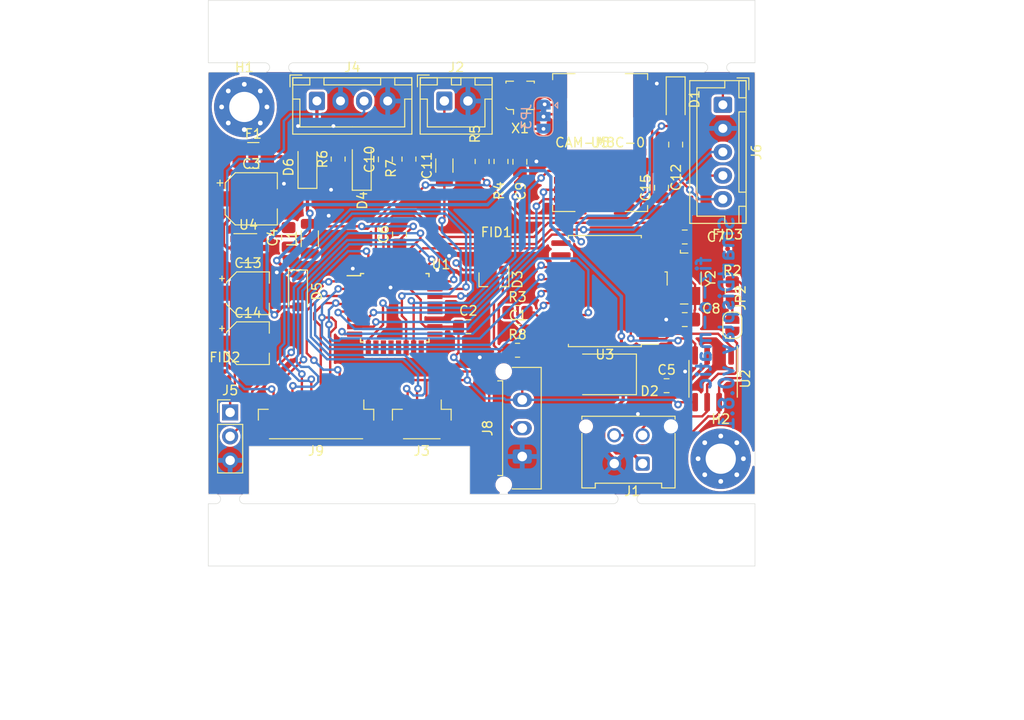
<source format=kicad_pcb>
(kicad_pcb (version 20221018) (generator pcbnew)
  (layers (0 "F.Cu" signal) (31 "B.Cu" signal) (34 "B.Paste" user) (35 "F.Paste" user) (36 "B.SilkS" user "B.Silkscreen") (37 "F.SilkS" user "F.Silkscreen") (38 "B.Mask" user) (39 "F.Mask" user) (44 "Edge.Cuts" user))
  (net 0 "")
  (net 1 "GND")
  (net 2 "Net-(U4-EN)")
  (net 3 "Net-(U4-SW)")
  (net 4 "SCK")
  (net 5 "MOSI")
  (net 6 "MISO")
  (net 7 "+5V")
  (net 8 "RESET")
  (net 9 "TXD")
  (net 10 "RXD")
  (net 11 "SCL")
  (net 12 "SDA")
  (net 13 "A3")
  (net 14 "A2")
  (net 15 "A1")
  (net 16 "A0")
  (net 17 "Net-(U4-BST)")
  (net 18 "Net-(U3-OSC1)")
  (net 19 "Net-(U3-OSC2)")
  (net 20 "KEY")
  (net 21 "+12V")
  (net 22 "Net-(J6-Pin_5)")
  (net 23 "Net-(D5-K)")
  (net 26 "INSTR.BEL")
  (net 27 "Net-(J2-Pin_1)")
  (net 28 "D22")
  (net 29 "D23")
  (net 30 "Net-(JP2-Pad1)")
  (net 31 "CANH")
  (net 32 "CANL")
  (net 33 "D24")
  (net 34 "D25")
  (net 35 "1WIRE")
  (net 36 "INT_CAN")
  (net 37 "SS")
  (net 38 "UPDI")
  (net 39 "Net-(U5-RF_OUT)")
  (net 40 "+3V3")
  (net 41 "Net-(U5-RF_IN)")
  (net 42 "Net-(X1-SIGNAL)")
  (net 43 "GPS_RXD")
  (net 44 "GPS_TXD")
  (net 45 "GPS_RESET")
  (net 46 "Net-(U3-~{RESET})")
  (net 47 "AREF")
  (net 50 "Net-(U2-TXD)")
  (net 51 "Net-(U2-RXD)")
  (net 67 "A4")
  (footprint "Capacitor_SMD:C_0805_2012Metric_Pad1.18x1.45mm_HandSolder" (layer "F.Cu") (at 119.29 43.5725 90)
    (fp_text reference "C12")
    (fp_text value "100n")
  )
  (footprint "Resistor_SMD:R_0805_2012Metric_Pad1.20x1.40mm_HandSolder" (layer "F.Cu") (at 102.54 65.36)
    (fp_text reference "R8")
    (fp_text value "4,7k")
  )
  (footprint "MountingHole:MountingHole_3.2mm_M3_Pad_Via" (layer "F.Cu") (at 73.6 39.589)
    (fp_text reference "H1")
    (fp_text value "MountingHole_Pad")
  )
  (footprint "Resistor_SMD:R_0805_2012Metric_Pad1.20x1.40mm_HandSolder" (layer "F.Cu") (at 102.54 61.36)
    (fp_text reference "R3")
    (fp_text value "10k")
  )
  (footprint "Capacitor_SMD:C_0805_2012Metric_Pad1.18x1.45mm_HandSolder" (layer "F.Cu") (at 88.54 45.135 90)
    (fp_text reference "C10")
    (fp_text value "100n")
  )
  (footprint "Capacitor_SMD:C_0805_2012Metric_Pad1.18x1.45mm_HandSolder" (layer "F.Cu") (at 90.04 53.0725 90)
    (fp_text reference "C6")
    (fp_text value "100n")
  )
  (footprint "Resistor_SMD:R_0805_2012Metric_Pad1.20x1.40mm_HandSolder" (layer "F.Cu") (at 98.79 45.36 -90)
    (fp_text reference "R5")
    (fp_text value "1k")
  )
  (footprint "Resistor_SMD:R_0805_2012Metric_Pad1.20x1.40mm_HandSolder" (layer "F.Cu") (at 83.54 45.11 90)
    (fp_text reference "R6")
    (fp_text value "22k 1%")
  )
  (footprint "Diode_SMD:D_MiniMELF" (layer "F.Cu") (at 86.04 45.86 90)
    (fp_text reference "D4")
    (fp_text value "BZV55-C12")
  )
  (footprint "Diode_SMD:D_SMB" (layer "F.Cu") (at 111.582 67.91 180)
    (fp_text reference "D2")
    (fp_text value "SMBJ5.0CA")
  )
  (footprint "Crystal:Crystal_SMD_EuroQuartz_MJ-4Pin_5.0x3.2mm" (layer "F.Cu") (at 120.19 57.76 -90)
    (fp_text reference "Y2")
    (fp_text value "16MHz")
  )
  (footprint "Capacitor_SMD:C_0805_2012Metric_Pad1.18x1.45mm_HandSolder" (layer "F.Cu") (at 120.2525 62.11 180)
    (fp_text reference "C8")
    (fp_text value "22p")
  )
  (footprint "Jumper:SolderJumper-2_P1.3mm_Open_RoundedPad1.0x1.5mm" (layer "F.Cu") (at 125.29 62.71 -90)
    (fp_text reference "JP2")
    (fp_text value "Jumper_NC_Small")
  )
  (footprint "Capacitor_SMD:C_0805_2012Metric_Pad1.18x1.45mm_HandSolder" (layer "F.Cu") (at 118.3275 69.11)
    (fp_text reference "C5")
    (fp_text value "100n")
  )
  (footprint "Package_SO:SOIC-8_3.9x4.9mm_P1.27mm" (layer "F.Cu") (at 123.257 68.385 -90)
    (fp_text reference "U2")
    (fp_text value "MCP2562-E-SN")
  )
  (footprint "MountingHole:MountingHole_3.2mm_M3_Pad_Via" (layer "F.Cu") (at 124.065056 76.846056)
    (fp_text reference "H2")
    (fp_text value "MountingHole_Pad")
  )
  (footprint "Resistor_SMD:R_0805_2012Metric_Pad1.20x1.40mm_HandSolder" (layer "F.Cu") (at 125.29 59.11 90)
    (fp_text reference "R2")
    (fp_text value "120")
  )
  (footprint "Capacitor_SMD:C_0805_2012Metric_Pad1.18x1.45mm_HandSolder" (layer "F.Cu") (at 102.5775 63.36)
    (fp_text reference "C1")
    (fp_text value "100n")
  )
  (footprint "Connector_JST:JST_XH_B2B-XH-A_1x02_P2.50mm_Vertical" (layer "F.Cu") (at 94.79 38.954)
    (fp_text reference "J2")
    (fp_text value "KEY")
  )
  (footprint "Package_QFP:TQFP-32_7x7mm_P0.8mm" (layer "F.Cu") (at 89.54 60.86)
    (fp_text reference "U1")
    (fp_text value "ATmega4808-A")
  )
  (footprint "Capacitor_SMD:C_0805_2012Metric_Pad1.18x1.45mm_HandSolder" (layer "F.Cu") (at 97.3275 62.86)
    (fp_text reference "C2")
    (fp_text value "100n")
  )
  (footprint "Package_SO:SOIC-18W_7.5x11.6mm_P1.27mm" (layer "F.Cu") (at 111.79 59.09 180)
    (fp_text reference "U3")
    (fp_text value "MCP2515-xSO")
  )
  (footprint "Resistor_SMD:R_0805_2012Metric_Pad1.20x1.40mm_HandSolder" (layer "F.Cu") (at 91.04 45.11 90)
    (fp_text reference "R7")
    (fp_text value "4,7k 1%")
  )
  (footprint "Fuse:Fuse_1210_3225Metric_Pad1.42x2.65mm_HandSolder" (layer "F.Cu") (at 74.5525 44.72)
    (fp_text reference "F1")
    (fp_text value "Polyfuse")
  )
  (footprint "Resistor_SMD:R_0805_2012Metric_Pad1.20x1.40mm_HandSolder" (layer "F.Cu") (at 100.79 45.36 -90)
    (fp_text reference "R4")
    (fp_text value "10k")
  )
  (footprint "Fiducial:Fiducial_0.5mm_Mask1mm" (layer "F.Cu") (at 71.54 67.61)
    (fp_text reference "FID2")
    (fp_text value "Fiducial")
  )
  (footprint "Fiducial:Fiducial_0.5mm_Mask1mm" (layer "F.Cu") (at 124.79 54.61)
    (fp_text reference "FID3")
    (fp_text value "Fiducial")
  )
  (footprint "Capacitor_SMD:CP_Elec_5x3.9" (layer "F.Cu") (at 74.34 49.32)
    (fp_text reference "C3")
    (fp_text value "22u")
  )
  (footprint "Capacitor_SMD:C_0805_2012Metric_Pad1.18x1.45mm_HandSolder" (layer "F.Cu") (at 78.29 53.3975 90)
    (fp_text reference "C4")
    (fp_text value "100n")
  )
  (footprint "Capacitor_SMD:CP_Elec_4x3.9" (layer "F.Cu") (at 73.99 59.32)
    (fp_text reference "C13")
    (fp_text value "22u")
  )
  (footprint "Capacitor_SMD:CP_Elec_4x3.9" (layer "F.Cu") (at 73.99 64.61)
    (fp_text reference "C14")
    (fp_text value "22u")
  )
  (footprint "Connector_JST:JST_XH_B5B-XH-A_1x05_P2.50mm_Vertical" (layer "F.Cu") (at 124.29 39.36 -90)
    (fp_text reference "J6")
    (fp_text value "PROG/SERIAL")
  )
  (footprint "Inductor_SMD:L_1206_3216Metric" (layer "F.Cu") (at 80.54 53.5475 90)
    (fp_text reference "L1")
    (fp_text value "4.7uH")
  )
  (footprint "Connector_Molex:Molex_Micro-Fit_3.0_43045-0412_2x02_P3.00mm_Vertical" (layer "F.Cu") (at 115.79 77.36 180)
    (fp_text reference "J1")
    (fp_text value "CAN")
  )
  (footprint "Connector_Molex:Molex_Micro-Fit_3.0_43650-0315_1x03_P3.00mm_Vertical" (layer "F.Cu") (at 103.04 76.61 90)
    (fp_text reference "J8")
    (fp_text value "Conn_01x03")
  )
  (footprint "Capacitor_SMD:C_0805_2012Metric_Pad1.18x1.45mm_HandSolder" (layer "F.Cu") (at 120.2525 53.36)
    (fp_text reference "C7")
    (fp_text value "22p")
  )
  (footprint "Connector_JST:JST_XH_B4B-XH-A_1x04_P2.50mm_Vertical" (layer "F.Cu") (at 81.29 38.954)
    (fp_text reference "J4")
    (fp_text value "PWR")
  )
  (footprint "Capacitor_SMD:C_1206_3216Metric_Pad1.33x1.80mm_HandSolder" (layer "F.Cu") (at 94.79 45.7975 90)
    (fp_text reference "C11")
    (fp_text value "1u")
  )
  (footprint "ublox_CAM_M8C:CAM-M8C-0" (layer "F.Cu") (at 111.29 43.36)
    (fp_text reference "U5")
    (fp_text value "CAM-M8C-0")
  )
  (footprint "Capacitor_SMD:C_0805_2012Metric_Pad1.18x1.45mm_HandSolder" (layer "F.Cu") (at 102.79 45.3975 90)
    (fp_text reference "C9")
    (fp_text value "100n")
  )
  (footprint "Package_TO_SOT_SMD:TSOT-23-6" (layer "F.Cu") (at 74.04 54.52)
    (fp_text reference "U4")
    (fp_text value "AP63203WU")
  )
  (footprint "Capacitor_SMD:C_0805_2012Metric_Pad1.18x1.45mm_HandSolder" (layer "F.Cu") (at 117.79 48.1475 90)
    (fp_text reference "C15")
    (fp_text value "100n")
  )
  (footprint "Connector_Coaxial:U.FL_Molex_MCRF_73412-0110_Vertical" (layer "F.Cu") (at 102.815 38.36)
    (fp_text reference "X1")
    (fp_text value "ANTENNA_U.FL")
  )
  (footprint "Fiducial:Fiducial_0.5mm_Mask1mm" (layer "F.Cu") (at 100.29 51.36 180)
    (fp_text reference "FID1")
    (fp_text value "Fiducial")
  )
  (footprint "Package_TO_SOT_SMD:SOT-23" (layer "F.Cu") (at 100.04 57.86 -90)
    (fp_text reference "D3")
    (fp_text value "SP0502BAHT")
  )
  (footprint "Diode_SMD:D_SOD-123" (layer "F.Cu") (at 79.29 59.11 -90)
    (fp_text reference "D5")
    (fp_text value "1N4148W")
  )
  (footprint "Diode_SMD:D_SOD-123" (layer "F.Cu") (at 80.29 45.96 90)
    (fp_text reference "D6")
    (fp_text value "1N4148W")
  )
  (footprint "Connector_JST:JST_SH_BM10B-SRSS-TB_1x10-1MP_P1.00mm_Vertical" (layer "F.Cu") (at 81.2 72.72 180)
    (fp_text reference "J9")
    (fp_text value "Conn_01x10_MountingPin")
  )
  (footprint "Connector_JST:JST_SH_BM04B-SRSS-TB_1x04-1MP_P1.00mm_Vertical" (layer "F.Cu") (at 92.4 72.72 180)
    (fp_text reference "J3")
    (fp_text value "LCD")
  )
  (footprint "Diode_SMD:D_SOD-123" (layer "F.Cu") (at 119.29 38.76 -90)
    (fp_text reference "D1")
    (fp_text value "1N4148W")
  )
  (footprint "Connector_PinHeader_2.54mm:PinHeader_1x03_P2.54mm_Vertical" (layer "F.Cu") (at 72.1 71.94)
    (fp_text reference "J5")
    (fp_text value "Conn_01x03")
  )
  (footprint "Jumper:SolderJumper-3_P1.3mm_Bridged12_RoundedPad1.0x1.5mm" (layer "B.Cu") (at 105.29 40.61 -90)
    (fp_text reference "JP3")
    (fp_text value "Jumper_NC_Dual")
  )
  (gr_line (start 97.476 80.61) (end 112.69 80.61) (stroke (width 0.05)) (layer "Edge.Cuts"))
  (gr_line (start 74.108 75.53) (end 97.476 75.53) (stroke (width 0.05)) (layer "Edge.Cuts"))
  (gr_line (start 127.69 80.61) (end 127.69 35.91) (stroke (width 0.05)) (layer "Edge.Cuts"))
  (gr_line (start 74.108 75.53) (end 74.108 80.61) (stroke (width 0.05)) (layer "Edge.Cuts"))
  (gr_line (start 69.79 80.61) (end 69.79 35.91) (stroke (width 0.05)) (layer "Edge.Cuts"))
  (gr_line (start 97.476 75.53) (end 97.476 80.61) (stroke (width 0.05)) (layer "Edge.Cuts"))
  (gr_arc (start 122.19 34.91) (mid 122.69 35.41) (end 122.19 35.91) (stroke (width 0.05)) (layer "Edge.Cuts"))
  (gr_line (start 73.59 80.61) (end 74.108 80.61) (stroke (width 0.05)) (layer "Edge.Cuts"))
  (gr_line (start 115.69 81.61) (end 127.69 81.61) (stroke (width 0.05)) (layer "Edge.Cuts"))
  (gr_line (start 75.79 34.91) (end 69.79 34.91) (stroke (width 0.05)) (layer "Edge.Cuts"))
  (gr_line (start 127.69 81.61) (end 127.69 88.21) (stroke (width 0.05)) (layer "Edge.Cuts"))
  (gr_arc (start 125.19 35.91) (mid 124.69 35.41) (end 125.19 34.91) (stroke (width 0.05)) (layer "Edge.Cuts"))
  (gr_line (start 125.19 34.91) (end 127.69 34.91) (stroke (width 0.05)) (layer "Edge.Cuts"))
  (gr_line (start 78.79 35.91) (end 122.19 35.91) (stroke (width 0.05)) (layer "Edge.Cuts"))
  (gr_line (start 127.69 88.21) (end 69.79 88.21) (stroke (width 0.05)) (layer "Edge.Cuts"))
  (gr_line (start 69.79 81.61) (end 69.79 88.21) (stroke (width 0.05)) (layer "Edge.Cuts"))
  (gr_line (start 125.19 35.91) (end 127.69 35.91) (stroke (width 0.05)) (layer "Edge.Cuts"))
  (gr_line (start 69.79 35.91) (end 75.79 35.91) (stroke (width 0.05)) (layer "Edge.Cuts"))
  (gr_arc (start 115.69 81.61) (mid 115.19 81.11) (end 115.69 80.61) (stroke (width 0.05)) (layer "Edge.Cuts"))
  (gr_arc (start 78.79 35.91) (mid 78.29 35.41) (end 78.79 34.91) (stroke (width 0.05)) (layer "Edge.Cuts"))
  (gr_line (start 69.79 28.31) (end 127.69 28.31) (stroke (width 0.05)) (layer "Edge.Cuts"))
  (gr_line (start 69.79 80.61) (end 70.59 80.61) (stroke (width 0.05)) (layer "Edge.Cuts"))
  (gr_line (start 127.69 34.91) (end 127.69 28.31) (stroke (width 0.05)) (layer "Edge.Cuts"))
  (gr_line (start 73.59 81.61) (end 112.69 81.61) (stroke (width 0.05)) (layer "Edge.Cuts"))
  (gr_arc (start 70.59 80.61) (mid 71.09 81.11) (end 70.59 81.61) (stroke (width 0.05)) (layer "Edge.Cuts"))
  (gr_arc (start 112.69 80.61) (mid 113.19 81.11) (end 112.69 81.61) (stroke (width 0.05)) (layer "Edge.Cuts"))
  (gr_arc (start 73.59 81.61) (mid 73.09 81.11) (end 73.59 80.61) (stroke (width 0.05)) (layer "Edge.Cuts"))
  (gr_arc (start 75.79 34.91) (mid 76.29 35.41) (end 75.79 35.91) (stroke (width 0.05)) (layer "Edge.Cuts"))
  (gr_line (start 70.59 81.61) (end 69.79 81.61) (stroke (width 0.05)) (layer "Edge.Cuts"))
  (gr_line (start 122.19 34.91) (end 78.79 34.91) (stroke (width 0.05)) (layer "Edge.Cuts"))
  (gr_line (start 69.79 34.91) (end 69.79 28.31) (stroke (width 0.05)) (layer "Edge.Cuts"))
  (gr_line (start 115.69 80.61) (end 127.69 80.61) (stroke (width 0.05)) (layer "Edge.Cuts"))
  (gr_text "fiz-o-matic\nSmartDisplay v0.8.1" (at 123.49 62.51 90) (layer "B.Cu") (effects (font (size 1.5 1.5) (thickness 0.3)) (justify mirror)))
  (via (at 77.04 57.11) (size 0.8) (drill 0.4) (layers "F.Cu" "B.Cu") (net 1))
  (via (at 85.09 56.71) (size 0.8) (drill 0.4) (layers "F.Cu" "B.Cu") (net 1))
  (via (at 95.29 55.36) (size 0.8) (drill 0.4) (layers "F.Cu" "B.Cu") (net 1))
  (via (at 83.04 41.61) (size 0.8) (drill 0.4) (layers "F.Cu" "B.Cu") (net 1))
  (via (at 120.29 67.61) (size 0.8) (drill 0.4) (layers "F.Cu" "B.Cu") (net 1))
  (via (at 118.29 62.11) (size 0.8) (drill 0.4) (layers "F.Cu" "B.Cu") (net 1))
  (via (at 104.54 45.36) (size 0.8) (drill 0.4) (layers "F.Cu" "B.Cu") (net 1))
  (via (at 103.04 47.86) (size 0.8) (drill 0.4) (layers "F.Cu" "B.Cu") (net 1))
  (via (at 94.04 56.86) (size 0.8) (drill 0.4) (layers "F.Cu" "B.Cu") (net 1))
  (via (at 117.29 37.11) (size 0.8) (drill 0.4) (layers "F.Cu" "B.Cu") (net 1))
  (via (at 82.54 51.11) (size 0.8) (drill 0.4) (layers "F.Cu" "B.Cu") (net 1))
  (via (at 77.8 47.72) (size 0.8) (drill 0.4) (layers "F.Cu" "B.Cu") (net 1))
  (via (at 82.79 48.36) (size 0.8) (drill 0.4) (layers "F.Cu" "B.Cu") (net 1))
  (via (at 79.29 41.61) (size 0.8) (drill 0.4) (layers "F.Cu" "B.Cu") (net 1))
  (via (at 115.29 72.11) (size 0.8) (drill 0.4) (layers "F.Cu" "B.Cu") (net 1))
  (via (at 98.54 66.11) (size 0.8) (drill 0.4) (layers "F.Cu" "B.Cu") (net 1))
  (via (at 89.09 58.71) (size 0.8) (drill 0.4) (layers "F.Cu" "B.Cu") (net 1))
  (segment (start 89.134 39.766) (end 89.134 38.954) (width 0.25) (layer "B.Cu") (net 1))
  (segment (start 71.4 54.12) (end 71.8 54.52) (width 0.35) (layer "F.Cu") (net 2))
  (segment (start 72.73 54.52) (end 72.73 55.47) (width 0.35) (layer "F.Cu") (net 2))
  (segment (start 71.8 54.52) (end 72.73 54.52) (width 0.35) (layer "F.Cu") (net 2))
  (segment (start 73.065 44.72) (end 73.065 46.455) (width 0.35) (layer "F.Cu") (net 2))
  (segment (start 72.14 49.32) (end 72.14 51.38) (width 0.35) (layer "F.Cu") (net 2))
  (segment (start 71.4 52.12) (end 71.4 54.12) (width 0.35) (layer "F.Cu") (net 2))
  (segment (start 73.065 46.455) (end 72.14 47.38) (width 0.35) (layer "F.Cu") (net 2))
  (segment (start 72.14 51.38) (end 71.4 52.12) (width 0.35) (layer "F.Cu") (net 2))
  (segment (start 72.14 47.38) (end 72.14 49.32) (width 0.35) (layer "F.Cu") (net 2))
  (segment (start 79.365 54.435) (end 79.54 54.61) (width 0.25) (layer "F.Cu") (net 3))
  (segment (start 78.29 54.435) (end 79.365 54.435) (width 0.25) (layer "F.Cu") (net 3))
  (segment (start 79.54 54.61) (end 80.54 54.61) (width 0.25) (layer "F.Cu") (net 3))
  (segment (start 82.06 60.36) (end 83.29 60.36) (width 0.25) (layer "F.Cu") (net 4))
  (segment (start 81.7 71.395) (end 81.7 62.795305) (width 0.25) (layer "F.Cu") (net 4))
  (segment (start 81 62.095305) (end 81 61.42) (width 0.25) (layer "F.Cu") (net 4))
  (segment (start 83.39 60.46) (end 83.29 60.36) (width 0.25) (layer "F.Cu") (net 4))
  (segment (start 81 61.42) (end 82.06 60.36) (width 0.25) (layer "F.Cu") (net 4))
  (segment (start 81.7 62.795305) (end 81 62.095305) (width 0.25) (layer "F.Cu") (net 4))
  (segment (start 107.14 57.82) (end 105.25 57.82) (width 0.25) (layer "F.Cu") (net 4))
  (segment (start 85.29 60.46) (end 83.39 60.46) (width 0.25) (layer "F.Cu") (net 4))
  (segment (start 105.25 57.82) (end 105.04 57.61) (width 0.25) (layer "F.Cu") (net 4))
  (via (at 105.04 57.61) (size 0.8) (drill 0.4) (layers "F.Cu" "B.Cu") (net 4))
  (via (at 83.29 60.36) (size 0.8) (drill 0.4) (layers "F.Cu" "B.Cu") (net 4))
  (via (at 82.564999 62.634999) (size 0.8) (drill 0.4) (layers "F.Cu" "B.Cu") (net 4))
  (segment (start 82.941999 64.335001) (end 82.564999 63.958001) (width 0.25) (layer "B.Cu") (net 4))
  (segment (start 82.564999 62.835001) (end 82.564999 62.634999) (width 0.25) (layer "B.Cu") (net 4))
  (segment (start 83.863002 64.11) (end 83.638001 64.335001) (width 0.25) (layer "B.Cu") (net 4))
  (segment (start 105.04 57.61) (end 98.54 64.11) (width 0.25) (layer "B.Cu") (net 4))
  (segment (start 82.564999 63.958001) (end 82.564999 62.835001) (width 0.25) (layer "B.Cu") (net 4))
  (segment (start 82.564999 62.634999) (end 82.564999 61.085001) (width 0.25) (layer "B.Cu") (net 4))
  (segment (start 83.638001 64.335001) (end 82.941999 64.335001) (width 0.25) (layer "B.Cu") (net 4))
  (segment (start 98.54 64.11) (end 83.863002 64.11) (width 0.25) (layer "B.Cu") (net 4))
  (segment (start 82.564999 61.085001) (end 83.29 60.36) (width 0.25) (layer "B.Cu") (net 4))
  (segment (start 107.14 59.09) (end 105.31 59.09) (width 0.25) (layer "F.Cu") (net 5))
  (segment (start 105.31 59.09) (end 105.04 59.36) (width 0.25) (layer "F.Cu") (net 5))
  (segment (start 82.848769 61.893464) (end 81.823464 61.893464) (width 0.25) (layer "F.Cu") (net 5))
  (segment (start 82.7 71.395) (end 82.7 63.525303) (width 0.25) (layer "F.Cu") (net 5))
  (segment (start 83.289999 62.935304) (end 83.289999 62.334694) (width 0.25) (layer "F.Cu") (net 5))
  (segment (start 83.289999 62.334694) (end 82.848769 61.893464) (width 0.25) (layer "F.Cu") (net 5))
  (segment (start 83.54 58.86) (end 85.29 58.86) (width 0.25) (layer "F.Cu") (net 5))
  (segment (start 82.7 63.525303) (end 83.289999 62.935304) (width 0.25) (layer "F.Cu") (net 5))
  (via (at 81.823464 61.893464) (size 0.8) (drill 0.4) (layers "F.Cu" "B.Cu") (net 5))
  (via (at 105.04 59.36) (size 0.8) (drill 0.4) (layers "F.Cu" "B.Cu") (net 5))
  (via (at 83.54 58.86) (size 0.8) (drill 0.4) (layers "F.Cu" "B.Cu") (net 5))
  (segment (start 81.823464 61.893464) (end 81.823464 60.576536) (width 0.25) (layer "B.Cu") (net 5))
  (segment (start 81.823464 62.164085) (end 81.823464 63.852876) (width 0.25) (layer "B.Cu") (net 5))
  (segment (start 82.114989 60.285011) (end 83.54 58.86) (width 0.25) (layer "B.Cu") (net 5))
  (segment (start 81.823464 63.852876) (end 82.755599 64.785011) (width 0.25) (layer "B.Cu") (net 5))
  (segment (start 82.755599 64.785011) (end 99.614989 64.785011) (width 0.25) (layer "B.Cu") (net 5))
  (segment (start 81.823464 62.164085) (end 81.823464 61.893464) (width 0.25) (layer "B.Cu") (net 5))
  (segment (start 105.04 59.36) (end 99.614989 64.785011) (width 0.25) (layer "B.Cu") (net 5))
  (segment (start 81.823464 60.576536) (end 82.114989 60.285011) (width 0.25) (layer "B.Cu") (net 5))
  (segment (start 82.027347 59.347347) (end 82.29 59.61) (width 0.25) (layer "F.Cu") (net 6))
  (segment (start 83.5 67.42) (end 83.7 67.62) (width 0.25) (layer "F.Cu") (net 6))
  (segment (start 105.54 60.36) (end 105.29 60.61) (width 0.25) (layer "F.Cu") (net 6))
  (segment (start 82.29 59.61) (end 85.24 59.61) (width 0.25) (layer "F.Cu") (net 6))
  (segment (start 85.24 59.61) (end 85.29 59.66) (width 0.25) (layer "F.Cu") (net 6))
  (segment (start 80.215 65.6595) (end 80.9755 66.42) (width 0.25) (layer "F.Cu") (net 6))
  (segment (start 82.027347 59.347347) (end 80.215 61.159694) (width 0.25) (layer "F.Cu") (net 6))
  (segment (start 107.14 60.36) (end 105.54 60.36) (width 0.25) (layer "F.Cu") (net 6))
  (segment (start 80.215 61.159694) (end 80.215 65.6595) (width 0.25) (layer "F.Cu") (net 6))
  (segment (start 83.7 67.62) (end 83.7 71.395) (width 0.25) (layer "F.Cu") (net 6))
  (via (at 82.027347 59.347347) (size 0.8) (drill 0.4) (layers "F.Cu" "B.Cu") (net 6))
  (via (at 83.5 67.42) (size 0.8) (drill 0.4) (layers "F.Cu" "B.Cu") (net 6))
  (via (at 105.29 60.61) (size 0.8) (drill 0.4) (layers "F.Cu" "B.Cu") (net 6))
  (via (at 80.9755 66.42) (size 0.8) (drill 0.4) (layers "F.Cu" "B.Cu") (net 6))
  (segment (start 81.098463 60.301537) (end 82.027347 59.372653) (width 0.25) (layer "B.Cu") (net 6))
  (segment (start 82.569197 65.235019) (end 81.098463 63.764285) (width 0.25) (layer "B.Cu") (net 6))
  (segment (start 105.29 60.61) (end 100.664981 65.235019) (width 0.25) (layer "B.Cu") (net 6))
  (segment (start 81.098463 63.764285) (end 81.098463 60.301537) (width 0.25) (layer "B.Cu") (net 6))
  (segment (start 82.027347 59.372653) (end 82.027347 59.347347) (width 0.25) (layer "B.Cu") (net 6))
  (segment (start 80.9755 66.42) (end 81.9755 67.42) (width 0.25) (layer "B.Cu") (net 6))
  (segment (start 81.9755 67.42) (end 83.5 67.42) (width 0.25) (layer "B.Cu") (net 6))
  (segment (start 100.664981 65.235019) (end 82.569197 65.235019) (width 0.25) (layer "B.Cu") (net 6))
  (segment (start 122.622 66.778) (end 120.29 69.11) (width 0.35) (layer "F.Cu") (net 7))
  (segment (start 122.622 65.91) (end 122.622 66.778) (width 0.35) (layer "F.Cu") (net 7))
  (segment (start 120.29 69.11) (end 119.365 69.11) (width 0.35) (layer "F.Cu") (net 7))
  (segment (start 119.365 68.185) (end 119.365 69.11) (width 0.35) (layer "F.Cu") (net 7))
  (segment (start 113.732 67.91) (end 114.49 67.91) (width 0.35) (layer "F.Cu") (net 7))
  (segment (start 111.664999 74.900001) (end 111.664999 72.735001) (width 0.35) (layer "F.Cu") (net 7))
  (segment (start 77.64 60.76) (end 77.29 61.11) (width 0.35) (layer "F.Cu") (net 7))
  (segment (start 119.09 67.91) (end 119.365 68.185) (width 0.35) (layer "F.Cu") (net 7))
  (segment (start 112.999997 76.234999) (end 111.664999 74.900001) (width 0.35) (layer "F.Cu") (net 7))
  (segment (start 111.664999 72.735001) (end 113.732 70.668) (width 0.35) (layer "F.Cu") (net 7))
  (segment (start 114.664999 76.234999) (end 112.999997 76.234999) (width 0.35) (layer "F.Cu") (net 7))
  (segment (start 113.54 67.718) (end 113.732 67.91) (width 0.35) (layer "F.Cu") (net 7))
  (segment (start 115.79 77.36) (end 114.664999 76.234999) (width 0.35) (layer "F.Cu") (net 7))
  (segment (start 79.29 60.76) (end 77.64 60.76) (width 0.35) (layer "F.Cu") (net 7))
  (segment (start 113.732 70.668) (end 113.732 67.91) (width 0.35) (layer "F.Cu") (net 7))
  (segment (start 113.732 67.91) (end 119.09 67.91) (width 0.35) (layer "F.Cu") (net 7))
  (segment (start 77.29 61.11) (end 76.79 61.61) (width 0.35) (layer "F.Cu") (net 7))
  (segment (start 113.54 63.86) (end 113.54 67.718) (width 0.35) (layer "F.Cu") (net 7))
  (via (at 113.54 63.86) (size 0.8) (drill 0.4) (layers "F.Cu" "B.Cu") (net 7))
  (via (at 76.79 61.61) (size 0.8) (drill 0.4) (layers "F.Cu" "B.Cu") (net 7))
  (segment (start 79.98552 49.934981) (end 98.614981 49.934981) (width 0.35) (layer "B.Cu") (net 7))
  (segment (start 106.065001 52.177881) (end 113.54 59.65288) (width 0.35) (layer "B.Cu") (net 7))
  (segment (start 99.364981 49.934981) (end 102.964963 46.334999) (width 0.35) (layer "B.Cu") (net 7))
  (segment (start 106.065001 46.987999) (end 106.065001 52.177881) (width 0.35) (layer "B.Cu") (net 7))
  (segment (start 76.014999 53.905502) (end 79.98552 49.934981) (width 0.35) (layer "B.Cu") (net 7))
  (segment (start 98.614981 49.934981) (end 99.364981 49.934981) (width 0.35) (layer "B.Cu") (net 7))
  (segment (start 113.54 59.65288) (end 113.54 63.86) (width 0.35) (layer "B.Cu") (net 7))
  (segment (start 105.412001 46.334999) (end 106.065001 46.987999) (width 0.35) (layer "B.Cu") (net 7))
  (segment (start 76.79 61.61) (end 76.014999 60.834999) (width 0.35) (layer "B.Cu") (net 7))
  (segment (start 76.014999 60.834999) (end 76.014999 53.905502) (width 0.35) (layer "B.Cu") (net 7))
  (segment (start 102.964963 46.334999) (end 105.412001 46.334999) (width 0.35) (layer "B.Cu") (net 7))
  (segment (start 108.54 53.11) (end 109.29 53.86) (width 0.25) (layer "F.Cu") (net 8))
  (segment (start 92.53999 54.56001) (end 94.3536 54.56001) (width 0.25) (layer "F.Cu") (net 8))
  (segment (start 91.54 56.61) (end 91.54 55.56) (width 0.25) (layer "F.Cu") (net 8))
  (segment (start 91.54 55.56) (end 92.53999 54.56001) (width 0.25) (layer "F.Cu") (net 8))
  (segment (start 99.54 54.56001) (end 104.726401 54.560009) (width 0.25) (layer "F.Cu") (net 8))
  (segment (start 119.29 41.61) (end 119.29 40.41) (width 0.25) (layer "F.Cu") (net 8))
  (segment (start 106.17641 53.11) (end 108.54 53.11) (width 0.25) (layer "F.Cu") (net 8))
  (segment (start 104.726401 54.560009) (end 106.17641 53.11) (width 0.25) (layer "F.Cu") (net 8))
  (segment (start 94.3536 54.56001) (end 99.54 54.56001) (width 0.25) (layer "F.Cu") (net 8))
  (segment (start 119.29 42.535) (end 119.29 41.61) (width 0.25) (layer "F.Cu") (net 8))
  (segment (start 117.79 41.61) (end 119.29 41.61) (width 0.25) (layer "F.Cu") (net 8))
  (via (at 117.79 41.61) (size 0.8) (drill 0.4) (layers "F.Cu" "B.Cu") (net 8))
  (via (at 109.29 53.86) (size 0.8) (drill 0.4) (layers "F.Cu" "B.Cu") (net 8))
  (segment (start 116.54 48.61) (end 116.54 42.86) (width 0.25) (layer "B.Cu") (net 8))
  (segment (start 114.04 51.11) (end 116.54 48.61) (width 0.25) (layer "B.Cu") (net 8))
  (segment (start 116.54 42.86) (end 117.79 41.61) (width 0.25) (layer "B.Cu") (net 8))
  (segment (start 109.29 53.86) (end 108.814999 53.384999) (width 0.25) (layer "B.Cu") (net 8))
  (segment (start 108.814999 53.384999) (end 108.814999 52.236999) (width 0.25) (layer "B.Cu") (net 8))
  (segment (start 109.941998 51.11) (end 114.04 51.11) (width 0.25) (layer "B.Cu") (net 8))
  (segment (start 108.814999 52.236999) (end 109.941998 51.11) (width 0.25) (layer "B.Cu") (net 8))
  (segment (start 94.54 54.11) (end 104.54 54.11) (width 0.25) (layer "F.Cu") (net 9))
  (segment (start 91.55249 51.12249) (end 94.54 54.11) (width 0.25) (layer "F.Cu") (net 9))
  (segment (start 88.34 56.61) (end 88.34 52.10931) (width 0.25) (layer "F.Cu") (net 9))
  (segment (start 104.54 54.11) (end 106.065 52.585) (width 0.25) (layer "F.Cu") (net 9))
  (segment (start 88.34 52.10931) (end 89.32682 51.12249) (width 0.25) (layer "F.Cu") (net 9))
  (segment (start 106.065 52.585) (end 109.54 52.585) (width 0.25) (layer "F.Cu") (net 9))
  (segment (start 89.32682 51.12249) (end 91.55249 51.12249) (width 0.25) (layer "F.Cu") (net 9))
  (via (at 109.54 52.585) (size 0.8) (drill 0.4) (layers "F.Cu" "B.Cu") (net 9))
  (segment (start 123.04 44.36) (end 124.29 44.36) (width 0.25) (layer "B.Cu") (net 9))
  (segment (start 114.815 52.585) (end 123.04 44.36) (width 0.25) (layer "B.Cu") (net 9))
  (segment (start 109.54 52.585) (end 114.815 52.585) (width 0.25) (layer "B.Cu") (net 9))
  (segment (start 87.54 52.2729) (end 89.14042 50.67248) (width 0.25) (layer "F.Cu") (net 10))
  (segment (start 87.54 56.61) (end 87.54 52.2729) (width 0.25) (layer "F.Cu") (net 10))
  (segment (start 105.79 51.86) (end 119.79 51.86) (width 0.25) (layer "F.Cu") (net 10))
  (segment (start 121.54 48.11) (end 122.79 46.86) (width 0.25) (layer "F.Cu") (net 10))
  (segment (start 122.79 46.86) (end 124.29 46.86) (width 0.25) (layer "F.Cu") (net 10))
  (segment (start 89.14042 50.67248) (end 91.738891 50.672481) (width 0.25) (layer "F.Cu") (net 10))
  (segment (start 94.42641 53.36) (end 104.29 53.36) (width 0.25) (layer "F.Cu") (net 10))
  (segment (start 91.738891 50.672481) (end 94.42641 53.36) (width 0.25) (layer "F.Cu") (net 10))
  (segment (start 119.79 51.86) (end 121.54 50.11) (width 0.25) (layer "F.Cu") (net 10))
  (segment (start 104.29 53.36) (end 105.79 51.86) (width 0.25) (layer "F.Cu") (net 10))
  (segment (start 121.54 50.11) (end 121.54 48.11) (width 0.25) (layer "F.Cu") (net 10))
  (segment (start 90.9 69.52) (end 90.8 69.42) (width 0.25) (layer "F.Cu") (net 11))
  (segment (start 90.9 71.395) (end 90.9 69.52) (width 0.25) (layer "F.Cu") (net 11))
  (segment (start 85.29 58.06) (end 82.59 58.06) (width 0.25) (layer "F.Cu") (net 11))
  (segment (start 82.59 58.06) (end 82.54 58.11) (width 0.25) (layer "F.Cu") (net 11))
  (via (at 90.8 69.42) (size 0.8) (drill 0.4) (layers "F.Cu" "B.Cu") (net 11))
  (via (at 82.54 58.11) (size 0.8) (drill 0.4) (layers "F.Cu" "B.Cu") (net 11))
  (segment (start 90.8 69.42) (end 91.525 70.145) (width 0.25) (layer "B.Cu") (net 11))
  (segment (start 80.648453 59.435862) (end 81.974315 58.11) (width 0.25) (layer "B.Cu") (net 11))
  (segment (start 82.557768 65.86) (end 80.648453 63.950685) (width 0.25) (layer "B.Cu") (net 11))
  (segment (start 90.6 65.86) (end 82.557768 65.86) (width 0.25) (layer "B.Cu") (net 11))
  (segment (start 91.525 70.145) (end 92.475 70.145) (width 0.25) (layer "B.Cu") (net 11))
  (segment (start 92.475 70.145) (end 92.725 69.895) (width 0.25) (layer "B.Cu") (net 11))
  (segment (start 92.725 69.895) (end 92.725 67.985) (width 0.25) (layer "B.Cu") (net 11))
  (segment (start 92.725 67.985) (end 90.6 65.86) (width 0.25) (layer "B.Cu") (net 11))
  (segment (start 81.974315 58.11) (end 82.54 58.11) (width 0.25) (layer "B.Cu") (net 11))
  (segment (start 80.648453 63.950685) (end 80.648453 59.435862) (width 0.25) (layer "B.Cu") (net 11))
  (segment (start 86.74 55.06) (end 86.54 54.86) (width 0.25) (layer "F.Cu") (net 12))
  (segment (start 86.74 56.61) (end 86.74 55.06) (width 0.25) (layer "F.Cu") (net 12))
  (segment (start 91.9 71.395) (end 91.9 69.52) (width 0.25) (layer "F.Cu") (net 12))
  (segment (start 91.9 69.52) (end 92 69.42) (width 0.25) (layer "F.Cu") (net 12))
  (via (at 92 69.42) (size 0.8) (drill 0.4) (layers "F.Cu" "B.Cu") (net 12))
  (via (at 86.54 54.86) (size 0.8) (drill 0.4) (layers "F.Cu" "B.Cu") (net 12))
  (segment (start 90.4 66.31001) (end 82.371368 66.31001) (width 0.25) (layer "B.Cu") (net 12))
  (segment (start 92 69.42) (end 92 67.91001) (width 0.25) (layer "B.Cu") (net 12))
  (segment (start 82.371368 66.31001) (end 80.198444 64.137086) (width 0.25) (layer "B.Cu") (net 12))
  (segment (start 84.587907 54.86) (end 86.54 54.86) (width 0.25) (layer "B.Cu") (net 12))
  (segment (start 80.198444 64.137086) (end 80.198444 59.249463) (width 0.25) (layer "B.Cu") (net 12))
  (segment (start 92 67.91001) (end 90.4 66.31001) (width 0.25) (layer "B.Cu") (net 12))
  (segment (start 80.198444 59.249463) (end 84.587907 54.86) (width 0.25) (layer "B.Cu") (net 12))
  (segment (start 119.215 53.36) (end 119.215 54.435) (width 0.25) (layer "F.Cu") (net 18))
  (segment (start 116.44 55.28) (end 117.71 55.28) (width 0.25) (layer "F.Cu") (net 18))
  (segment (start 117.71 55.28) (end 118.34 55.91) (width 0.25) (layer "F.Cu") (net 18))
  (segment (start 118.34 55.91) (end 119.04 55.91) (width 0.25) (layer "F.Cu") (net 18))
  (segment (start 119.215 54.435) (end 119.04 54.61) (width 0.25) (layer "F.Cu") (net 18))
  (segment (start 119.04 54.61) (end 119.04 55.91) (width 0.25) (layer "F.Cu") (net 18))
  (segment (start 120.54 57.61) (end 121.34 58.41) (width 0.25) (layer "F.Cu") (net 19))
  (segment (start 121.34 61.06) (end 121.29 61.11) (width 0.25) (layer "F.Cu") (net 19))
  (segment (start 121.34 58.41) (end 121.34 59.61) (width 0.25) (layer "F.Cu") (net 19))
  (segment (start 118.654998 57.61) (end 120.54 57.61) (width 0.25) (layer "F.Cu") (net 19))
  (segment (start 121.29 61.11) (end 121.29 62.11) (width 0.25) (layer "F.Cu") (net 19))
  (segment (start 117.594998 56.55) (end 118.654998 57.61) (width 0.25) (layer "F.Cu") (net 19))
  (segment (start 116.44 56.55) (end 117.594998 56.55) (width 0.25) (layer "F.Cu") (net 19))
  (segment (start 121.34 59.61) (end 121.34 61.06) (width 0.25) (layer "F.Cu") (net 19))
  (segment (start 102.29 47.584695) (end 102.29 49.11) (width 0.25) (layer "F.Cu") (net 20))
  (segment (start 102.79 47.084695) (end 102.29 47.584695) (width 0.25) (layer "F.Cu") (net 20))
  (segment (start 102.79 46.435) (end 100.865 46.435) (width 0.25) (layer "F.Cu") (net 20))
  (segment (start 91.54 65.11) (end 91.54 60.36) (width 0.25) (layer "F.Cu") (net 20))
  (segment (start 91.54 60.36) (end 91.29 60.11) (width 0.25) (layer "F.Cu") (net 20))
  (segment (start 100.865 46.435) (end 100.79 46.36) (width 0.25) (layer "F.Cu") (net 20))
  (segment (start 102.79 46.435) (end 102.79 47.084695) (width 0.25) (layer "F.Cu") (net 20))
  (via (at 102.29 49.11) (size 0.8) (drill 0.4) (layers "F.Cu" "B.Cu") (net 20))
  (via (at 91.29 60.11) (size 0.8) (drill 0.4) (layers "F.Cu" "B.Cu") (net 20))
  (segment (start 91.29 60.11) (end 91.515 60.335) (width 0.25) (layer "B.Cu") (net 20))
  (segment (start 91.515 60.335) (end 97.405812 60.335) (width 0.25) (layer "B.Cu") (net 20))
  (segment (start 102.29 55.450812) (end 102.29 49.11) (width 0.25) (layer "B.Cu") (net 20))
  (segment (start 97.405812 60.335) (end 102.29 55.450812) (width 0.25) (layer "B.Cu") (net 20))
  (segment (start 80.29 44.31) (end 82.09 44.31) (width 0.35) (layer "F.Cu") (net 21))
  (segment (start 81.29 38.954) (end 81.29 41.36) (width 0.35) (layer "F.Cu") (net 21))
  (segment (start 83.54 44.11) (end 82.29 44.11) (width 0.35) (layer "F.Cu") (net 21))
  (segment (start 81.29 41.36) (end 80.29 42.36) (width 0.35) (layer "F.Cu") (net 21))
  (segment (start 82.09 44.31) (end 82.29 44.11) (width 0.35) (layer "F.Cu") (net 21))
  (segment (start 80.29 42.36) (end 80.29 44.31) (width 0.35) (layer "F.Cu") (net 21))
  (segment (start 119.29 46.86) (end 120.79 48.36) (width 0.25) (layer "F.Cu") (net 22))
  (segment (start 119.29 44.61) (end 119.29 46.86) (width 0.25) (layer "F.Cu") (net 22))
  (via (at 120.79 48.36) (size 0.8) (drill 0.4) (layers "F.Cu" "B.Cu") (net 22))
  (segment (start 120.79 48.36) (end 121.79 49.36) (width 0.25) (layer "B.Cu") (net 22))
  (segment (start 121.79 49.36) (end 124.29 49.36) (width 0.25) (layer "B.Cu") (net 22))
  (segment (start 76.04 44.86) (end 77.54 44.86) (width 0.35) (layer "F.Cu") (net 23))
  (segment (start 78.79 47.61) (end 80.29 47.61) (width 0.35) (layer "F.Cu") (net 23))
  (segment (start 80.29 50.596039) (end 80.545933 50.851972) (width 0.35) (layer "F.Cu") (net 23))
  (segment (start 78.29 47.11) (end 78.79 47.61) (width 0.35) (layer "F.Cu") (net 23))
  (segment (start 78.29 45.61) (end 78.29 47.11) (width 0.35) (layer "F.Cu") (net 23))
  (segment (start 78.29 57.11) (end 77.04 55.86) (width 0.35) (layer "F.Cu") (net 23))
  (segment (start 79.29 57.46) (end 78.64 57.46) (width 0.35) (layer "F.Cu") (net 23))
  (segment (start 80.29 47.61) (end 80.29 50.596039) (width 0.35) (layer "F.Cu") (net 23))
  (segment (start 77.54 44.86) (end 78.29 45.61) (width 0.35) (layer "F.Cu") (net 23))
  (segment (start 78.64 57.46) (end 78.29 57.11) (width 0.35) (layer "F.Cu") (net 23))
  (via (at 80.545933 50.851972) (size 0.8) (drill 0.4) (layers "F.Cu" "B.Cu") (net 23))
  (via (at 77.04 55.86) (size 0.8) (drill 0.4) (layers "F.Cu" "B.Cu") (net 23))
  (segment (start 80.545933 52.354067) (end 80.545933 50.851972) (width 0.35) (layer "B.Cu") (net 23))
  (segment (start 77.04 55.86) (end 80.545933 52.354067) (width 0.35) (layer "B.Cu") (net 23))
  (segment (start 76.7 69.67) (end 76.5 69.47) (width 0.25) (layer "F.Cu") (net 26))
  (segment (start 76.7 71.395) (end 76.7 69.67) (width 0.25) (layer "F.Cu") (net 26))
  (via (at 76.5 69.47) (size 0.8) (drill 0.4) (layers "F.Cu" "B.Cu") (net 26))
  (segment (start 73.03999 45.11001) (end 76.78999 45.11001) (width 0.25) (layer "B.Cu") (net 26))
  (segment (start 77.79 41.06712) (end 78.49712 40.36) (width 0.25) (layer "B.Cu") (net 26))
  (segment (start 86.04 40.36) (end 86.29 40.11) (width 0.25) (layer "B.Cu") (net 26))
  (segment (start 76.5 69.47) (end 73.64 69.47) (width 0.25) (layer "B.Cu") (net 26))
  (segment (start 71.79 67.62) (end 71.79 46.36) (width 0.25) (layer "B.Cu") (net 26))
  (segment (start 77.79 44.11) (end 77.79 41.06712) (width 0.25) (layer "B.Cu") (net 26))
  (segment (start 76.78999 45.11001) (end 77.79 44.11) (width 0.25) (layer "B.Cu") (net 26))
  (segment (start 71.79 46.36) (end 73.03999 45.11001) (width 0.25) (layer "B.Cu") (net 26))
  (segment (start 78.49712 40.36) (end 86.04 40.36) (width 0.25) (layer "B.Cu") (net 26))
  (segment (start 73.64 69.47) (end 71.79 67.62) (width 0.25) (layer "B.Cu") (net 26))
  (segment (start 86.29 40.11) (end 86.29 38.954) (width 0.25) (layer "B.Cu") (net 26))
  (segment (start 94.79 40.61) (end 96.79 42.61) (width 0.25) (layer "F.Cu") (net 27))
  (segment (start 98.04 42.61) (end 98.79 43.36) (width 0.25) (layer "F.Cu") (net 27))
  (segment (start 98.79 43.36) (end 98.79 44.36) (width 0.25) (layer "F.Cu") (net 27))
  (segment (start 96.79 42.61) (end 98.04 42.61) (width 0.25) (layer "F.Cu") (net 27))
  (segment (start 98.79 44.36) (end 100.79 44.36) (width 0.25) (layer "F.Cu") (net 27))
  (segment (start 94.79 38.954) (end 94.79 40.61) (width 0.25) (layer "F.Cu") (net 27))
  (segment (start 80.7 71.395) (end 80.7 68.42) (width 0.25) (layer "F.Cu") (net 28))
  (segment (start 93.79 59.66) (end 96.49 59.66) (width 0.25) (layer "F.Cu") (net 28))
  (segment (start 96.49 59.66) (end 96.54 59.61) (width 0.25) (layer "F.Cu") (net 28))
  (via (at 96.54 59.61) (size 0.8) (drill 0.4) (layers "F.Cu" "B.Cu") (net 28))
  (via (at 80.7 68.42) (size 0.8) (drill 0.4) (layers "F.Cu" "B.Cu") (net 28))
  (segment (start 97.202402 59.61) (end 96.54 59.61) (width 0.25) (layer "B.Cu") (net 28))
  (segment (start 97.540641 52.901229) (end 97.540641 58.025777) (width 0.25) (layer "B.Cu") (net 28))
  (segment (start 77.839991 57.423599) (end 77.839991 64.643613) (width 0.25) (layer "B.Cu") (net 28))
  (segment (start 80.525 68.595) (end 79.399695 68.595) (width 0.25) (layer "B.Cu") (net 28))
  (segment (start 80.7 68.42) (end 80.525 68.595) (width 0.25) (layer "B.Cu") (net 28))
  (segment (start 84.828601 50.434989) (end 95.074402 50.43499) (width 0.25) (layer "B.Cu") (net 28))
  (segment (start 97.815632 58.99677) (end 97.202402 59.61) (width 0.25) (layer "B.Cu") (net 28))
  (segment (start 97.540641 58.025777) (end 97.815632 58.300768) (width 0.25) (layer "B.Cu") (net 28))
  (segment (start 77.398925 65.084679) (end 77.398925 66.59423) (width 0.25) (layer "B.Cu") (net 28))
  (segment (start 95.074402 50.43499) (end 97.540641 52.901229) (width 0.25) (layer "B.Cu") (net 28))
  (segment (start 77.398925 66.59423) (end 79.399695 68.595) (width 0.25) (layer "B.Cu") (net 28))
  (segment (start 97.815632 58.300768) (end 97.815632 58.99677) (width 0.25) (layer "B.Cu") (net 28))
  (segment (start 77.839991 64.643613) (end 77.398925 65.084679) (width 0.25) (layer "B.Cu") (net 28))
  (segment (start 77.839991 57.423599) (end 84.828601 50.434989) (width 0.25) (layer "B.Cu") (net 28))
  (segment (start 79.7 71.395) (end 79.7 67.87) (width 0.25) (layer "F.Cu") (net 29))
  (segment (start 97.001231 58.648769) (end 97.090631 58.648769) (width 0.25) (layer "F.Cu") (net 29))
  (segment (start 93.79 58.86) (end 96.79 58.86) (width 0.25) (layer "F.Cu") (net 29))
  (segment (start 96.79 58.86) (end 97.001231 58.648769) (width 0.25) (layer "F.Cu") (net 29))
  (via (at 97.090631 58.648769) (size 0.8) (drill 0.4) (layers "F.Cu" "B.Cu") (net 29))
  (via (at 79.7 67.87) (size 0.8) (drill 0.4) (layers "F.Cu" "B.Cu") (net 29))
  (segment (start 85.015001 50.884999) (end 94.888001 50.884999) (width 0.25) (layer "B.Cu") (net 29))
  (segment (start 78.29 64.83) (end 77.848925 65.271075) (width 0.25) (layer "B.Cu") (net 29))
  (segment (start 97.090631 53.087629) (end 97.090631 58.648769) (width 0.25) (layer "B.Cu") (net 29))
  (segment (start 78.29 57.61) (end 78.29 64.83) (width 0.25) (layer "B.Cu") (net 29))
  (segment (start 77.848925 66.018925) (end 79.7 67.87) (width 0.25) (layer "B.Cu") (net 29))
  (segment (start 77.848925 65.271075) (end 77.848925 66.018925) (width 0.25) (layer "B.Cu") (net 29))
  (segment (start 94.888001 50.884999) (end 97.090631 53.087629) (width 0.25) (layer "B.Cu") (net 29))
  (segment (start 78.29 57.61) (end 85.015001 50.884999) (width 0.25) (layer "B.Cu") (net 29))
  (segment (start 125.29 60.11) (end 125.29 62.06) (width 0.25) (layer "F.Cu") (net 30))
  (segment (start 126.36501 58.43501) (end 126.04 58.11) (width 0.25) (layer "F.Cu") (net 31))
  (segment (start 124.54 68.31001) (end 126.08999 68.31001) (width 0.25) (layer "F.Cu") (net 31))
  (segment (start 115.273999 75.435001) (end 119.658409 75.435001) (width 0.25) (layer "F.Cu") (net 31))
  (segment (start 114.198998 74.36) (end 115.273999 75.435001) (width 0.25) (layer "F.Cu") (net 31))
  (segment (start 126.36501 68.03499) (end 126.36501 58.43501) (width 0.25) (layer "F.Cu") (net 31))
  (segment (start 119.658409 75.435001) (end 122.73341 72.36) (width 0.25) (layer "F.Cu") (net 31))
  (segment (start 123.892 68.95801) (end 124.54 68.31001) (width 0.25) (layer "F.Cu") (net 31))
  (segment (start 123.892 70.86) (end 123.892 68.95801) (width 0.25) (layer "F.Cu") (net 31))
  (segment (start 126.08999 68.31001) (end 126.36501 68.03499) (width 0.25) (layer "F.Cu") (net 31))
  (segment (start 123.892 72.008) (end 123.892 70.86) (width 0.25) (layer "F.Cu") (net 31))
  (segment (start 112.79 74.36) (end 114.198998 74.36) (width 0.25) (layer "F.Cu") (net 31))
  (segment (start 123.54 72.36) (end 123.892 72.008) (width 0.25) (layer "F.Cu") (net 31))
  (segment (start 126.04 58.11) (end 125.29 58.11) (width 0.25) (layer "F.Cu") (net 31))
  (segment (start 122.73341 72.36) (end 123.54 72.36) (width 0.25) (layer "F.Cu") (net 31))
  (segment (start 125.29 64.11) (end 125.78701 64.60701) (width 0.25) (layer "F.Cu") (net 32))
  (segment (start 125.78701 67.61299) (end 125.54 67.86) (width 0.25) (layer "F.Cu") (net 32))
  (segment (start 122.097 72.36) (end 117.04 72.36) (width 0.25) (layer "F.Cu") (net 32))
  (segment (start 122.622 71.835) (end 122.097 72.36) (width 0.25) (layer "F.Cu") (net 32))
  (segment (start 117.04 72.36) (end 115.79 73.61) (width 0.25) (layer "F.Cu") (net 32))
  (segment (start 123.79 67.86) (end 122.622 69.028) (width 0.25) (layer "F.Cu") (net 32))
  (segment (start 125.54 67.86) (end 123.79 67.86) (width 0.25) (layer "F.Cu") (net 32))
  (segment (start 125.78701 64.60701) (end 125.78701 67.61299) (width 0.25) (layer "F.Cu") (net 32))
  (segment (start 122.622 70.86) (end 122.622 71.835) (width 0.25) (layer "F.Cu") (net 32))
  (segment (start 125.29 63.36) (end 125.29 64.11) (width 0.25) (layer "F.Cu") (net 32))
  (segment (start 122.622 69.028) (end 122.622 70.86) (width 0.25) (layer "F.Cu") (net 32))
  (segment (start 115.79 73.61) (end 115.79 74.36) (width 0.25) (layer "F.Cu") (net 32))
  (segment (start 78.7 71.395) (end 78.7 69.17) (width 0.25) (layer "F.Cu") (net 33))
  (segment (start 78.7 69.17) (end 78.75 69.12) (width 0.25) (layer "F.Cu") (net 33))
  (segment (start 95.59 58.06) (end 95.79 57.86) (width 0.25) (layer "F.Cu") (net 33))
  (segment (start 93.79 58.06) (end 95.59 58.06) (width 0.25) (layer "F.Cu") (net 33))
  (via (at 95.79 57.86) (size 0.8) (drill 0.4) (layers "F.Cu" "B.Cu") (net 33))
  (via (at 78.75 69.12) (size 0.8) (drill 0.4) (layers "F.Cu" "B.Cu") (net 33))
  (segment (start 80.425305 67.12) (end 81.425 68.119695) (width 0.25) (layer "B.Cu") (net 33))
  (segment (start 78.85 69.22) (end 78.75 69.12) (width 0.25) (layer "B.Cu") (net 33))
  (segment (start 84.490098 53.684989) (end 79.298424 58.876663) (width 0.25) (layer "B.Cu") (net 33))
  (segment (start 95.79 57.036998) (end 92.437991 53.684989) (width 0.25) (layer "B.Cu") (net 33))
  (segment (start 95.79 57.86) (end 95.79 57.036998) (width 0.25) (layer "B.Cu") (net 33))
  (segment (start 81.425 68.720305) (end 80.925305 69.22) (width 0.25) (layer "B.Cu") (net 33))
  (segment (start 79.625597 67.12) (end 80.425305 67.12) (width 0.25) (layer "B.Cu") (net 33))
  (segment (start 79.298424 58.876663) (end 79.298425 65.899914) (width 0.25) (layer "B.Cu") (net 33))
  (segment (start 79.152273 66.046066) (end 79.152273 66.646676) (width 0.25) (layer "B.Cu") (net 33))
  (segment (start 80.925305 69.22) (end 78.85 69.22) (width 0.25) (layer "B.Cu") (net 33))
  (segment (start 79.298425 65.899914) (end 79.152273 66.046066) (width 0.25) (layer "B.Cu") (net 33))
  (segment (start 92.437991 53.684989) (end 84.490098 53.684989) (width 0.25) (layer "B.Cu") (net 33))
  (segment (start 81.425 68.119695) (end 81.425 68.720305) (width 0.25) (layer "B.Cu") (net 33))
  (segment (start 79.152273 66.646676) (end 79.625597 67.12) (width 0.25) (layer "B.Cu") (net 33))
  (segment (start 79.877273 66.346371) (end 79.823629 66.346371) (width 0.25) (layer "F.Cu") (net 34))
  (segment (start 93.438848 55.961152) (end 92.79 56.61) (width 0.25) (layer "F.Cu") (net 34))
  (segment (start 77.7 68.47) (end 77.7 71.395) (width 0.25) (layer "F.Cu") (net 34))
  (segment (start 93.438848 55.711152) (end 93.438848 55.961152) (width 0.25) (layer "F.Cu") (net 34))
  (segment (start 92.79 56.61) (end 92.34 56.61) (width 0.25) (layer "F.Cu") (net 34))
  (segment (start 79.823629 66.346371) (end 77.7 68.47) (width 0.25) (layer "F.Cu") (net 34))
  (via (at 93.438848 55.711152) (size 0.8) (drill 0.4) (layers "F.Cu" "B.Cu") (net 34))
  (via (at 79.877273 66.346371) (size 0.8) (drill 0.4) (layers "F.Cu" "B.Cu") (net 34))
  (segment (start 79.748434 64.323486) (end 79.748434 66.217532) (width 0.25) (layer "B.Cu") (net 34))
  (segment (start 79.748434 59.063063) (end 80.314951 58.496546) (width 0.25) (layer "B.Cu") (net 34))
  (segment (start 84.676498 54.134999) (end 80.314951 58.496546) (width 0.25) (layer "B.Cu") (net 34))
  (segment (start 84.676498 54.134999) (end 91.814999 54.134999) (width 0.25) (layer "B.Cu") (net 34))
  (segment (start 79.748434 66.217532) (end 79.877273 66.346371) (width 0.25) (layer "B.Cu") (net 34))
  (segment (start 91.814999 54.134999) (end 93.391152 55.711152) (width 0.25) (layer "B.Cu") (net 34))
  (segment (start 93.391152 55.711152) (end 93.438848 55.711152) (width 0.25) (layer "B.Cu") (net 34))
  (segment (start 79.748434 64.323486) (end 79.748434 59.063063) (width 0.25) (layer "B.Cu") (net 34))
  (segment (start 99.54 68.61) (end 98.54 67.61) (width 0.25) (layer "F.Cu") (net 35))
  (segment (start 92.34 66.16) (end 93.79 67.61) (width 0.25) (layer "F.Cu") (net 35))
  (segment (start 100.79 65.36) (end 101.54 65.36) (width 0.25) (layer "F.Cu") (net 35))
  (segment (start 99.54 71.11) (end 99.54 68.61) (width 0.25) (layer "F.Cu") (net 35))
  (segment (start 100.04 64.86) (end 100.54 65.36) (width 0.25) (layer "F.Cu") (net 35))
  (segment (start 103.04 73.61) (end 102.04 73.61) (width 0.25) (layer "F.Cu") (net 35))
  (segment (start 100.99 56.86) (end 100.99 59.345002) (width 0.25) (layer "F.Cu") (net 35))
  (segment (start 98.04 67.61) (end 98.54 67.61) (width 0.25) (layer "F.Cu") (net 35))
  (segment (start 100.04 60.295002) (end 100.04 64.86) (width 0.25) (layer "F.Cu") (net 35))
  (segment (start 93.79 67.61) (end 98.04 67.61) (width 0.25) (layer "F.Cu") (net 35))
  (segment (start 100.99 59.345002) (end 100.04 60.295002) (width 0.25) (layer "F.Cu") (net 35))
  (segment (start 100.54 65.36) (end 101.54 65.36) (width 0.25) (layer "F.Cu") (net 35))
  (segment (start 102.04 73.61) (end 99.54 71.11) (width 0.25) (layer "F.Cu") (net 35))
  (segment (start 98.54 67.61) (end 100.79 65.36) (width 0.25) (layer "F.Cu") (net 35))
  (segment (start 92.34 65.11) (end 92.34 66.16) (width 0.25) (layer "F.Cu") (net 35))
  (segment (start 107.14 56.55) (end 105.23 56.55) (width 0.25) (layer "F.Cu") (net 36))
  (segment (start 84.219563 63.66) (end 83.944563 63.385) (width 0.25) (layer "F.Cu") (net 36))
  (segment (start 105.23 56.55) (end 105.04 56.36) (width 0.25) (layer "F.Cu") (net 36))
  (segment (start 85.29 63.66) (end 84.219563 63.66) (width 0.25) (layer "F.Cu") (net 36))
  (via (at 105.04 56.36) (size 0.8) (drill 0.4) (layers "F.Cu" "B.Cu") (net 36))
  (via (at 83.944563 63.385) (size 0.8) (drill 0.4) (layers "F.Cu" "B.Cu") (net 36))
  (segment (start 83.944563 63.385) (end 84.169563 63.61) (width 0.25) (layer "B.Cu") (net 36))
  (segment (start 84.169563 63.61) (end 97.79 63.61) (width 0.25) (layer "B.Cu") (net 36))
  (segment (start 105.04 56.36) (end 97.79 63.61) (width 0.25) (layer "B.Cu") (net 36))
  (segment (start 109.77 61.63) (end 110.04 61.36) (width 0.25) (layer "F.Cu") (net 37))
  (segment (start 85.29 61.26) (end 83.64 61.26) (width 0.25) (layer "F.Cu") (net 37))
  (segment (start 107.14 61.63) (end 109.77 61.63) (width 0.25) (layer "F.Cu") (net 37))
  (segment (start 83.64 61.26) (end 83.54 61.36) (width 0.25) (layer "F.Cu") (net 37))
  (via (at 110.04 61.36) (size 0.8) (drill 0.4) (layers "F.Cu" "B.Cu") (net 37))
  (via (at 83.54 61.36) (size 0.8) (drill 0.4) (layers "F.Cu" "B.Cu") (net 37))
  (segment (start 97.54 62.86) (end 97.29 63.11) (width 0.25) (layer "B.Cu") (net 37))
  (segment (start 110.04 56.86) (end 110.04 61.36) (width 0.25) (layer "B.Cu") (net 37))
  (segment (start 108.814999 55.634999) (end 110.04 56.86) (width 0.25) (layer "B.Cu") (net 37))
  (segment (start 104.691999 55.634999) (end 108.814999 55.634999) (width 0.25) (layer "B.Cu") (net 37))
  (segment (start 85.29 63.11) (end 97.29 63.11) (width 0.25) (layer "B.Cu") (net 37))
  (segment (start 83.54 61.36) (end 85.29 63.11) (width 0.25) (layer "B.Cu") (net 37))
  (segment (start 97.54 62.786998) (end 104.691999 55.634999) (width 0.25) (layer "B.Cu") (net 37))
  (segment (start 97.54 62.786998) (end 97.54 62.86) (width 0.25) (layer "B.Cu") (net 37))
  (segment (start 72.1 74.48) (end 74.436779 72.143221) (width 0.25) (layer "F.Cu") (net 38))
  (segment (start 90.74 56.61) (end 90.74 55.03569) (width 0.25) (layer "F.Cu") (net 38))
  (segment (start 74.436779 72.143221) (end 74.436779 69.72) (width 0.25) (layer "F.Cu") (net 38))
  (segment (start 92.25728 53.51841) (end 92.25728 52.959989) (width 0.25) (layer "F.Cu") (net 38))
  (segment (start 90.74 55.03569) (end 92.25728 53.51841) (width 0.25) (layer "F.Cu") (net 38))
  (segment (start 78.573925 65.582854) (end 74.436779 69.72) (width 0.25) (layer "F.Cu") (net 38))
  (via (at 78.573925 65.582854) (size 0.8) (drill 0.4) (layers "F.Cu" "B.Cu") (net 38))
  (via (at 92.25728 52.959989) (size 0.8) (drill 0.4) (layers "F.Cu" "B.Cu") (net 38))
  (segment (start 78.848416 65.308363) (end 78.573925 65.582854) (width 0.25) (layer "B.Cu") (net 38))
  (segment (start 78.848416 58.690261) (end 78.848416 64.696282) (width 0.25) (layer "B.Cu") (net 38))
  (segment (start 92.25728 52.959989) (end 84.578688 52.959989) (width 0.25) (layer "B.Cu") (net 38))
  (segment (start 78.848416 64.696282) (end 78.848416 65.308363) (width 0.25) (layer "B.Cu") (net 38))
  (segment (start 84.578688 52.959989) (end 78.848416 58.690261) (width 0.25) (layer "B.Cu") (net 38))
  (segment (start 105.465002 39.36) (end 105.415002 39.31) (width 0.25) (layer "F.Cu") (net 39))
  (segment (start 106.965 39.36) (end 105.465002 39.36) (width 0.25) (layer "F.Cu") (net 39))
  (via (at 105.415002 39.31) (size 0.8) (drill 0.4) (layers "F.Cu" "B.Cu") (net 39))
  (segment (start 103.54 64.36) (end 103.54 65.36) (width 0.25) (layer "F.Cu") (net 40))
  (segment (start 96.29 62.86) (end 96.29 65.61) (width 0.25) (layer "F.Cu") (net 40))
  (segment (start 103.54 66.36) (end 103.54 65.36) (width 0.25) (layer "F.Cu") (net 40))
  (segment (start 73 52.72) (end 76.4 52.72) (width 0.25) (layer "F.Cu") (net 40))
  (segment (start 72.1 70.62) (end 72.1 71.94) (width 0.25) (layer "F.Cu") (net 40))
  (segment (start 103.04 70.61) (end 103.04 66.86) (width 0.25) (layer "F.Cu") (net 40))
  (segment (start 104.79 63.36) (end 103.615 63.36) (width 0.25) (layer "F.Cu") (net 40))
  (segment (start 99.29 47.61) (end 103.04 51.36) (width 0.25) (layer "F.Cu") (net 40))
  (segment (start 103.04 51.36) (end 114.54 51.36) (width 0.25) (layer "F.Cu") (net 40))
  (segment (start 116.79 41.11) (end 116.79 41.36) (width 0.25) (layer "F.Cu") (net 40))
  (segment (start 72.6 70.12) (end 72.1 70.62) (width 0.25) (layer "F.Cu") (net 40))
  (segment (start 90.04 54.11) (end 90.04 53.685234) (width 0.25) (layer "F.Cu") (net 40))
  (segment (start 72.6 66.92) (end 72.6 70.12) (width 0.25) (layer "F.Cu") (net 40))
  (segment (start 86.665 52.485) (end 90.29 48.86) (width 0.25) (layer "F.Cu") (net 40))
  (segment (start 103.615 63.36) (end 103.54 63.36) (width 0.25) (layer "F.Cu") (net 40))
  (segment (start 82.1525 51.9725) (end 80.54 51.9725) (width 0.25) (layer "F.Cu") (net 40))
  (segment (start 92.9 68.62) (end 93 68.52) (width 0.25) (layer "F.Cu") (net 40))
  (segment (start 92.74 62.86) (end 93.79 62.86) (width 0.25) (layer "F.Cu") (net 40))
  (segment (start 115.615 41.359999) (end 115.615 42.359999) (width 0.25) (layer "F.Cu") (net 40))
  (segment (start 99.29 47.61) (end 98.79 47.11) (width 0.25) (layer "F.Cu") (net 40))
  (segment (start 72.73 53.57) (end 72.73 52.99) (width 0.25) (layer "F.Cu") (net 40))
  (segment (start 118.54 37.11) (end 116.79 38.86) (width 0.25) (layer "F.Cu") (net 40))
  (segment (start 90.04 53.685234) (end 91.490245 52.234989) (width 0.25) (layer "F.Cu") (net 40))
  (segment (start 96.29 65.61) (end 95.79 66.11) (width 0.25) (layer "F.Cu") (net 40))
  (segment (start 116.79 41.36) (end 116.79 46.48431) (width 0.25) (layer "F.Cu") (net 40))
  (segment (start 85.7 70.27) (end 87.45 68.52) (width 0.25) (layer "F.Cu") (net 40))
  (segment (start 73.65 53.57) (end 72.73 53.57) (width 0.25) (layer "F.Cu") (net 40))
  (segment (start 92.29 62.41) (end 92.74 62.86) (width 0.25) (layer "F.Cu") (net 40))
  (segment (start 72.19 66.51) (end 72.6 66.92) (width 0.25) (layer "F.Cu") (net 40))
  (segment (start 89.94 56.61) (end 89.94 55.21) (width 0.25) (layer "F.Cu") (net 40))
  (segment (start 72.19 59.32) (end 72.19 64.61) (width 0.25) (layer "F.Cu") (net 40))
  (segment (start 86.04 52.234989) (end 82.414989 52.234989) (width 0.25) (layer "F.Cu") (net 40))
  (segment (start 85.7 71.395) (end 85.7 70.27) (width 0.25) (layer "F.Cu") (net 40))
  (segment (start 116.79 46.48431) (end 116.73999 46.53432) (width 0.25) (layer "F.Cu") (net 40))
  (segment (start 86.04 52.36) (end 86.165 52.485) (width 0.25) (layer "F.Cu") (net 40))
  (segment (start 80.2475 53.2725) (end 80.54 52.98) (width 0.25) (layer "F.Cu") (net 40))
  (segment (start 98.79 47.11) (end 98.79 46.36) (width 0.25) (layer "F.Cu") (net 40))
  (segment (start 115.615 49.360001) (end 116.790001 49.360001) (width 0.25) (layer "F.Cu") (net 40))
  (segment (start 72.19 58.13) (end 74 56.32) (width 0.25) (layer "F.Cu") (net 40))
  (segment (start 93 68.52) (end 97.222 68.52) (width 0.25) (layer "F.Cu") (net 40))
  (segment (start 123.29 37.11) (end 124.29 38.11) (width 0.25) (layer "F.Cu") (net 40))
  (segment (start 72.73 52.99) (end 73 52.72) (width 0.25) (layer "F.Cu") (net 40))
  (segment (start 116.73999 46.53432) (end 116.73999 49.30999) (width 0.25) (layer "F.Cu") (net 40))
  (segment (start 89.94 56.61) (end 89.94 57.66) (width 0.25) (layer "F.Cu") (net 40))
  (segment (start 117.502499 49.360001) (end 117.5025 49.36) (width 0.25) (layer "F.Cu") (net 40))
  (segment (start 92.9 71.395) (end 92.9 68.62) (width 0.25) (layer "F.Cu") (net 40))
  (segment (start 82.414989 52.234989) (end 82.1525 51.9725) (width 0.25) (layer "F.Cu") (net 40))
  (segment (start 76.9525 53.2725) (end 80.2475 53.2725) (width 0.25) (layer "F.Cu") (net 40))
  (segment (start 115.615 50.285) (end 115.615 49.360001) (width 0.25) (layer "F.Cu") (net 40))
  (segment (start 116.790001 49.360001) (end 117.502499 49.360001) (width 0.25) (layer "F.Cu") (net 40))
  (segment (start 93.79 62.86) (end 96.29 62.86) (width 0.25) (layer "F.Cu") (net 40))
  (segment (start 116.73999 49.30999) (end 116.790001 49.360001) (width 0.25) (layer "F.Cu") (net 40))
  (segment (start 90.04 55.11) (end 90.04 54.11) (width 0.25) (layer "F.Cu") (net 40))
  (segment (start 103.615 64.285) (end 103.54 64.36) (width 0.25) (layer "F.Cu") (net 40))
  (segment (start 103.04 66.86) (end 103.54 66.36) (width 0.25) (layer "F.Cu") (net 40))
  (segment (start 119.29 37.11) (end 123.29 37.11) (width 0.25) (layer "F.Cu") (net 40))
  (segment (start 124.29 38.11) (end 124.29 39.36) (width 0.25) (layer "F.Cu") (net 40))
  (segment (start 91.79 48.86) (end 92.79 47.86) (width 0.25) (layer "F.Cu") (net 40))
  (segment (start 87.45 68.52) (end 93 68.52) (width 0.25) (layer "F.Cu") (net 40))
  (segment (start 89.94 57.66) (end 92.29 60.01) (width 0.25) (layer "F.Cu") (net 40))
  (segment (start 76.4 52.72) (end 76.9525 53.2725) (width 0.25) (layer "F.Cu") (net 40))
  (segment (start 80.54 52.98) (end 80.54 51.9725) (width 0.25) (layer "F.Cu") (net 40))
  (segment (start 116.540001 41.359999) (end 115.615 41.359999) (width 0.25) (layer "F.Cu") (net 40))
  (segment (start 119.79 70.86) (end 119.54 71.11) (width 0.25) (layer "F.Cu") (net 40))
  (segment (start 116.436501 41.36) (end 116.79 41.36) (width 0.25) (layer "F.Cu") (net 40))
  (segment (start 90.29 48.86) (end 91.79 48.86) (width 0.25) (layer "F.Cu") (net 40))
  (segment (start 92.29 60.01) (end 92.29 62.41) (width 0.25) (layer "F.Cu") (net 40))
  (segment (start 89.94 55.21) (end 90.04 55.11) (width 0.25) (layer "F.Cu") (net 40))
  (segment (start 86.165 52.485) (end 86.665 52.485) (width 0.25) (layer "F.Cu") (net 40))
  (segment (start 74 53.92) (end 73.65 53.57) (width 0.25) (layer "F.Cu") (net 40))
  (segment (start 105.6 64.17) (end 104.79 63.36) (width 0.25) (layer "F.Cu") (net 40))
  (segment (start 72.19 59.32) (end 72.19 58.13) (width 0.25) (layer "F.Cu") (net 40))
  (segment (start 103.615 63.36) (end 103.615 64.285) (width 0.25) (layer "F.Cu") (net 40))
  (segment (start 72.19 64.61) (end 72.19 66.51) (width 0.25) (layer "F.Cu") (net 40))
  (segment (start 107.14 64.17) (end 105.6 64.17) (width 0.25) (layer "F.Cu") (net 40))
  (segment (start 115.615 41.359999) (end 116.436501 41.36) (width 0.25) (layer "F.Cu") (net 40))
  (segment (start 86.04 52.234989) (end 86.04 52.36) (width 0.25) (layer "F.Cu") (net 40))
  (segment (start 114.54 51.36) (end 115.615 50.285) (width 0.25) (layer "F.Cu") (net 40))
  (segment (start 74 56.32) (end 74 53.92) (width 0.25) (layer "F.Cu") (net 40))
  (segment (start 121.352 70.86) (end 119.79 70.86) (width 0.25) (layer "F.Cu") (net 40))
  (segment (start 116.79 38.86) (end 116.79 41.11) (width 0.25) (layer "F.Cu") (net 40))
  (segment (start 119.29 37.11) (end 118.54 37.11) (width 0.25) (layer "F.Cu") (net 40))
  (segment (start 103.54 63.36) (end 101.54 61.36) (width 0.25) (layer "F.Cu") (net 40))
  (via (at 99.29 47.61) (size 0.8) (drill 0.4) (layers "F.Cu" "B.Cu") (net 40))
  (via (at 92.79 47.86) (size 0.8) (drill 0.4) (layers "F.Cu" "B.Cu") (net 40))
  (via (at 86.04 52.234989) (size 0.8) (drill 0.4) (layers "F.Cu" "B.Cu") (net 40))
  (via (at 119.54 71.11) (size 0.8) (drill 0.4) (layers "F.Cu" "B.Cu") (net 40))
  (via (at 97.222 68.52) (size 0.8) (drill 0.4) (layers "F.Cu" "B.Cu") (net 40))
  (via (at 95.79 66.11) (size 0.8) (drill 0.4) (layers "F.Cu" "B.Cu") (net 40))
  (via (at 91.490245 52.234989) (size 0.8) (drill 0.4) (layers "F.Cu" "B.Cu") (net 40))
  (segment (start 101.29 70.61) (end 103.04 70.61) (width 0.25) (layer "B.Cu") (net 40))
  (segment (start 95.79 66.11) (end 97.222 67.542) (width 0.25) (layer "B.Cu") (net 40))
  (segment (start 119.54 71.11) (end 119.04 70.61) (width 0.25) (layer "B.Cu") (net 40))
  (segment (start 91.490245 52.234989) (end 86.04 52.234989) (width 0.25) (layer "B.Cu") (net 40))
  (segment (start 92.79 47.86) (end 99.04 47.86) (width 0.25) (layer "B.Cu") (net 40))
  (segment (start 99.04 47.86) (end 99.29 47.61) (width 0.25) (layer "B.Cu") (net 40))
  (segment (start 101.13 70.45) (end 101.29 70.61) (width 0.25) (layer "B.Cu") (net 40))
  (segment (start 97.222 67.542) (end 97.222 68.52) (width 0.25) (layer "B.Cu") (net 40))
  (segment (start 99.152 70.45) (end 101.13 70.45) (width 0.25) (layer "B.Cu") (net 40))
  (segment (start 97.222 68.52) (end 99.152 70.45) (width 0.25) (layer "B.Cu") (net 40))
  (segment (start 119.04 70.61) (end 103.04 70.61) (width 0.25) (layer "B.Cu") (net 40))
  (segment (start 105.539999 40.360001) (end 105.29 40.61) (width 0.25) (layer "F.Cu") (net 41))
  (segment (start 106.965 40.360001) (end 105.539999 40.360001) (width 0.25) (layer "F.Cu") (net 41))
  (via (at 105.29 40.61) (size 0.8) (drill 0.4) (layers "F.Cu" "B.Cu") (net 41))
  (segment (start 102.815 40.635) (end 104.09 41.91) (width 0.25) (layer "F.Cu") (net 42))
  (segment (start 104.09 41.91) (end 105.29 41.91) (width 0.25) (layer "F.Cu") (net 42))
  (segment (start 102.815 39.86) (end 102.815 40.635) (width 0.25) (layer "F.Cu") (net 42))
  (via (at 105.29 41.91) (size 0.8) (drill 0.4) (layers "F.Cu" "B.Cu") (net 42))
  (segment (start 105.289999 49.360001) (end 104.54 50.11) (width 0.25) (layer "F.Cu") (net 43))
  (segment (start 85.29 62.06) (end 86.59 62.06) (width 0.25) (layer "F.Cu") (net 43))
  (segment (start 106.965 49.360001) (end 105.289999 49.360001) (width 0.25) (layer "F.Cu") (net 43))
  (segment (start 86.59 62.06) (end 87.29 61.36) (width 0.25) (layer "F.Cu") (net 43))
  (via (at 104.54 50.11) (size 0.8) (drill 0.4) (layers "F.Cu" "B.Cu") (net 43))
  (via (at 87.29 61.36) (size 0.8) (drill 0.4) (layers "F.Cu" "B.Cu") (net 43))
  (segment (start 87.29 61.36) (end 97.653604 61.36) (width 0.25) (layer "B.Cu") (net 43))
  (segment (start 104.54 54.473604) (end 104.54 50.11) (width 0.25) (layer "B.Cu") (net 43))
  (segment (start 97.653604 61.36) (end 104.54 54.473604) (width 0.25) (layer "B.Cu") (net 43))
  (segment (start 106.965 48.36) (end 105.54 48.36) (width 0.25) (layer "F.Cu") (net 44))
  (segment (start 87.29 62.86) (end 87.54 62.61) (width 0.25) (layer "F.Cu") (net 44))
  (segment (start 105.54 48.36) (end 105.29 48.61) (width 0.25) (layer "F.Cu") (net 44))
  (segment (start 85.29 62.86) (end 87.29 62.86) (width 0.25) (layer "F.Cu") (net 44))
  (segment (start 87.54 62.61) (end 87.54 62.36) (width 0.25) (layer "F.Cu") (net 44))
  (via (at 87.54 62.36) (size 0.8) (drill 0.4) (layers "F.Cu" "B.Cu") (net 44))
  (via (at 105.29 48.61) (size 0.8) (drill 0.4) (layers "F.Cu" "B.Cu") (net 44))
  (segment (start 87.54 62.36) (end 97.330602 62.36) (width 0.25) (layer "B.Cu") (net 44))
  (segment (start 97.330602 62.36) (end 97.330602 62.319398) (width 0.25) (layer "B.Cu") (net 44))
  (segment (start 105.29 54.36) (end 105.29 48.61) (width 0.25) (layer "B.Cu") (net 44))
  (segment (start 97.330602 62.319398) (end 105.29 54.36) (width 0.25) (layer "B.Cu") (net 44))
  (segment (start 86.74 65.11) (end 86.74 64.233002) (width 0.25) (layer "F.Cu") (net 45))
  (segment (start 105.790001 46.359999) (end 105.04 47.11) (width 0.25) (layer "F.Cu") (net 45))
  (segment (start 86.74 64.233002) (end 88.29 62.683002) (width 0.25) (layer "F.Cu") (net 45))
  (segment (start 88.29 62.683002) (end 88.29 60.36) (width 0.25) (layer "F.Cu") (net 45))
  (segment (start 106.965 46.359999) (end 105.790001 46.359999) (width 0.25) (layer "F.Cu") (net 45))
  (via (at 105.04 47.11) (size 0.8) (drill 0.4) (layers "F.Cu" "B.Cu") (net 45))
  (via (at 88.29 60.36) (size 0.8) (drill 0.4) (layers "F.Cu" "B.Cu") (net 45))
  (segment (start 103.79 54.587208) (end 103.79 48.36) (width 0.25) (layer "B.Cu") (net 45))
  (segment (start 103.79 48.36) (end 105.04 47.11) (width 0.25) (layer "B.Cu") (net 45))
  (segment (start 88.29 60.36) (end 88.79 60.86) (width 0.25) (layer "B.Cu") (net 45))
  (segment (start 88.79 60.86) (end 97.517208 60.86) (width 0.25) (layer "B.Cu") (net 45))
  (segment (start 97.517208 60.86) (end 103.79 54.587208) (width 0.25) (layer "B.Cu") (net 45))
  (segment (start 105.83 62.9) (end 107.14 62.9) (width 0.25) (layer "F.Cu") (net 46))
  (segment (start 104.29 61.36) (end 105.83 62.9) (width 0.25) (layer "F.Cu") (net 46))
  (segment (start 103.54 61.36) (end 104.29 61.36) (width 0.25) (layer "F.Cu") (net 46))
  (segment (start 118.79 63.61) (end 118.23 64.17) (width 0.25) (layer "F.Cu") (net 50))
  (segment (start 125.162 64.982) (end 123.79 63.61) (width 0.25) (layer "F.Cu") (net 50))
  (segment (start 118.23 64.17) (end 116.44 64.17) (width 0.25) (layer "F.Cu") (net 50))
  (segment (start 123.79 63.61) (end 118.79 63.61) (width 0.25) (layer "F.Cu") (net 50))
  (segment (start 125.162 65.91) (end 125.162 64.982) (width 0.25) (layer "F.Cu") (net 50))
  (segment (start 121.352 65.91) (end 121.352 64.672) (width 0.25) (layer "F.Cu") (net 51))
  (segment (start 115 62.9) (end 116.44 62.9) (width 0.25) (layer "F.Cu") (net 51))
  (segment (start 114.54 64.11) (end 114.54 63.36) (width 0.25) (layer "F.Cu") (net 51))
  (segment (start 120.79 64.11) (end 119.765 64.11) (width 0.25) (layer "F.Cu") (net 51))
  (segment (start 114.54 63.36) (end 115 62.9) (width 0.25) (layer "F.Cu") (net 51))
  (segment (start 119.765 64.11) (end 119.54 64.335) (width 0.25) (layer "F.Cu") (net 51))
  (segment (start 121.352 64.672) (end 120.79 64.11) (width 0.25) (layer "F.Cu") (net 51))
  (via (at 119.54 64.335) (size 0.8) (drill 0.4) (layers "F.Cu" "B.Cu") (net 51))
  (via (at 114.54 64.11) (size 0.8) (drill 0.4) (layers "F.Cu" "B.Cu") (net 51))
  (segment (start 114.765 64.335) (end 114.54 64.11) (width 0.25) (layer "B.Cu") (net 51))
  (segment (start 119.54 64.335) (end 114.765 64.335) (width 0.25) (layer "B.Cu") (net 51))
  (segment (start 93.363002 47.36) (end 94.79 47.36) (width 0.25) (layer "F.Cu") (net 67))
  (segment (start 90.74 62.16) (end 90.29 61.71) (width 0.25) (layer "F.Cu") (net 67))
  (segment (start 83.54 46.11) (end 86.04 46.11) (width 0.25) (layer "F.Cu") (net 67))
  (segment (start 90.99 46.16) (end 91.04 46.11) (width 0.25) (layer "F.Cu") (net 67))
  (segment (start 94.79 47.36) (end 94.79 51.36) (width 0.25) (layer "F.Cu") (net 67))
  (segment (start 90.29 61.71) (end 90.29 59.61) (width 0.25) (layer "F.Cu") (net 67))
  (segment (start 86.04 47.61) (end 86.04 46.11) (width 0.25) (layer "F.Cu") (net 67))
  (segment (start 90.74 65.11) (end 90.74 62.16) (width 0.25) (layer "F.Cu") (net 67))
  (segment (start 88.49 46.11) (end 88.54 46.16) (width 0.25) (layer "F.Cu") (net 67))
  (segment (start 91.04 46.11) (end 92.113002 46.11) (width 0.25) (layer "F.Cu") (net 67))
  (segment (start 92.113002 46.11) (end 93.363002 47.36) (width 0.25) (layer "F.Cu") (net 67))
  (segment (start 96.79 56.86) (end 96.04 56.11) (width 0.25) (layer "F.Cu") (net 67))
  (segment (start 94.79 51.36) (end 94.54 51.61) (width 0.25) (layer "F.Cu") (net 67))
  (segment (start 99.09 56.86) (end 96.79 56.86) (width 0.25) (layer "F.Cu") (net 67))
  (segment (start 86.04 46.11) (end 88.49 46.11) (width 0.25) (layer "F.Cu") (net 67))
  (segment (start 88.54 46.16) (end 90.99 46.16) (width 0.25) (layer "F.Cu") (net 67))
  (via (at 96.04 56.11) (size 0.8) (drill 0.4) (layers "F.Cu" "B.Cu") (net 67))
  (via (at 94.54 51.61) (size 0.8) (drill 0.4) (layers "F.Cu" "B.Cu") (net 67))
  (via (at 90.29 59.61) (size 0.8) (drill 0.4) (layers "F.Cu" "B.Cu") (net 67))
  (segment (start 95.326501 59.396501) (end 96.515001 58.208001) (width 0.25) (layer "B.Cu") (net 67))
  (segment (start 90.515 59.385) (end 95.315 59.385) (width 0.25) (layer "B.Cu") (net 67))
  (segment (start 96.515001 56.085001) (end 96.515001 54.835001) (width 0.25) (layer "B.Cu") (net 67))
  (segment (start 96.064999 56.085001) (end 96.515001 56.085001) (width 0.25) (layer "B.Cu") (net 67))
  (segment (start 94.54 52.86) (end 94.54 51.61) (width 0.25) (layer "B.Cu") (net 67))
  (segment (start 95.315 59.385) (end 95.326501 59.396501) (width 0.25) (layer "B.Cu") (net 67))
  (segment (start 96.04 56.11) (end 96.064999 56.085001) (width 0.25) (layer "B.Cu") (net 67))
  (segment (start 96.515001 54.835001) (end 94.54 52.86) (width 0.25) (layer "B.Cu") (net 67))
  (segment (start 90.29 59.61) (end 90.515 59.385) (width 0.25) (layer "B.Cu") (net 67))
  (segment (start 96.515001 58.208001) (end 96.515001 56.085001) (width 0.25) (layer "B.Cu") (net 67))
  (zone (net 1) (net_name "GND") (layer "F.Cu") (connect_pads yes (clearance 0.254)) (min_thickness 0.254) (fill yes (thermal_gap 0.508) (thermal_bridge_width 0.508))
    (polygon (pts (xy 127.702 80.61) (xy 69.79 80.61) (xy 69.79 35.906) (xy 127.702 35.906)))
  )
  (zone (net 0) (net_name "") (layers "F&B.Cu") (connect_pads (clearance 0)) (min_thickness 0.254)
    (keepout (tracks not_allowed) (vias not_allowed) (pads allowed) (copperpour not_allowed) (footprints allowed))
    (fill (thermal_gap 0.508) (thermal_bridge_width 0.508))
    (polygon (pts (xy 114.79 44.11) (xy 107.79 44.11) (xy 107.79 35.61) (xy 114.79 35.61)))
  )
  (zone (net 1) (net_name "GND") (layer "B.Cu") (connect_pads (clearance 0.254)) (min_thickness 0.254) (fill yes (thermal_gap 0.508) (thermal_bridge_width 0.508))
    (polygon (pts (xy 127.702 80.61) (xy 69.79 80.61) (xy 69.79 35.906) (xy 127.702 35.906)))
  )
)
</source>
